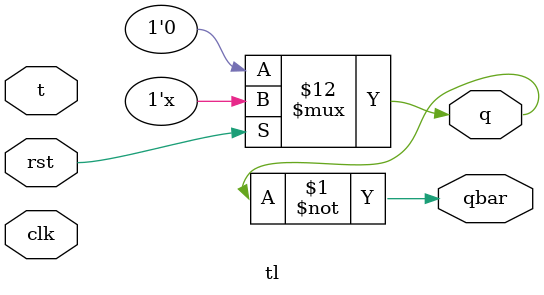
<source format=v>
module tl(input clk,rst,t,output reg q,output qbar);

assign qbar=~q;

always@(clk,rst)
begin
     if(!rst)
         q<=0;
             else
                 begin
                      if(clk==1)
                               begin
                                    if(t)
                                        q<=~q;
                                    else
                                        q<=q;
                                end
                  end
end



endmodule

</source>
